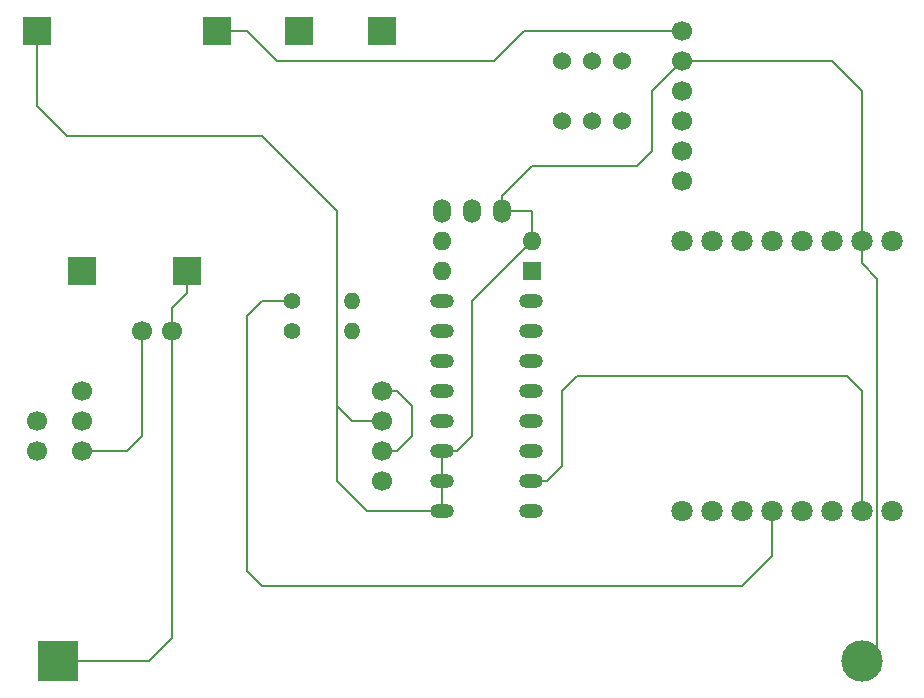
<source format=gtl>
G04 #@! TF.GenerationSoftware,KiCad,Pcbnew,(5.0.2)-1*
G04 #@! TF.CreationDate,2019-04-15T11:25:42+02:00*
G04 #@! TF.ProjectId,irrigation_5Vvalve_4N25_CD74HC4052E_PCB v5.2,69727269-6761-4746-996f-6e5f35567661,rev?*
G04 #@! TF.SameCoordinates,Original*
G04 #@! TF.FileFunction,Copper,L1,Top*
G04 #@! TF.FilePolarity,Positive*
%FSLAX46Y46*%
G04 Gerber Fmt 4.6, Leading zero omitted, Abs format (unit mm)*
G04 Created by KiCad (PCBNEW (5.0.2)-1) date 15-04-2019 11:25:42*
%MOMM*%
%LPD*%
G01*
G04 APERTURE LIST*
G04 #@! TA.AperFunction,ComponentPad*
%ADD10O,2.000000X1.200000*%
G04 #@! TD*
G04 #@! TA.AperFunction,ComponentPad*
%ADD11C,3.500000*%
G04 #@! TD*
G04 #@! TA.AperFunction,ComponentPad*
%ADD12R,3.500000X3.500000*%
G04 #@! TD*
G04 #@! TA.AperFunction,ComponentPad*
%ADD13C,1.524000*%
G04 #@! TD*
G04 #@! TA.AperFunction,ComponentPad*
%ADD14C,1.700000*%
G04 #@! TD*
G04 #@! TA.AperFunction,ComponentPad*
%ADD15C,1.800000*%
G04 #@! TD*
G04 #@! TA.AperFunction,ComponentPad*
%ADD16R,1.600000X1.600000*%
G04 #@! TD*
G04 #@! TA.AperFunction,ComponentPad*
%ADD17O,1.600000X1.600000*%
G04 #@! TD*
G04 #@! TA.AperFunction,ComponentPad*
%ADD18O,1.400000X1.400000*%
G04 #@! TD*
G04 #@! TA.AperFunction,ComponentPad*
%ADD19C,1.400000*%
G04 #@! TD*
G04 #@! TA.AperFunction,ComponentPad*
%ADD20R,2.460000X2.460000*%
G04 #@! TD*
G04 #@! TA.AperFunction,ComponentPad*
%ADD21O,1.500000X2.000000*%
G04 #@! TD*
G04 #@! TA.AperFunction,Conductor*
%ADD22C,0.200000*%
G04 #@! TD*
G04 APERTURE END LIST*
D10*
G04 #@! TO.P,U5,8*
G04 #@! TO.N,GND*
X61010000Y-63500000D03*
G04 #@! TO.P,U5,9*
G04 #@! TO.N,Net-(U2-Pad14)*
X68530000Y-63500000D03*
G04 #@! TO.P,U5,7*
G04 #@! TO.N,GND*
X61010000Y-60960000D03*
G04 #@! TO.P,U5,10*
G04 #@! TO.N,Net-(U2-Pad15)*
X68530000Y-60960000D03*
G04 #@! TO.P,U5,6*
G04 #@! TO.N,GND*
X61010000Y-58420000D03*
G04 #@! TO.P,U5,11*
G04 #@! TO.N,N/C*
X68530000Y-58420000D03*
G04 #@! TO.P,U5,5*
X61010000Y-55880000D03*
G04 #@! TO.P,U5,12*
G04 #@! TO.N,Net-(SS1-PadA0)*
X68530000Y-55880000D03*
G04 #@! TO.P,U5,4*
G04 #@! TO.N,N/C*
X61010000Y-53340000D03*
G04 #@! TO.P,U5,13*
G04 #@! TO.N,Net-(U2-Pad10)*
X68530000Y-53340000D03*
G04 #@! TO.P,U5,3*
G04 #@! TO.N,N/C*
X61010000Y-50800000D03*
G04 #@! TO.P,U5,14*
G04 #@! TO.N,Net-(R1-Pad2)*
X68530000Y-50800000D03*
G04 #@! TO.P,U5,2*
G04 #@! TO.N,N/C*
X61010000Y-48260000D03*
G04 #@! TO.P,U5,15*
G04 #@! TO.N,Net-(J5-Pad3)*
X68530000Y-48260000D03*
G04 #@! TO.P,U5,1*
G04 #@! TO.N,N/C*
X61010000Y-45720000D03*
G04 #@! TO.P,U5,16*
G04 #@! TO.N,Net-(J5-Pad2)*
X68530000Y-45720000D03*
G04 #@! TD*
D11*
G04 #@! TO.P,bat_18650,2*
G04 #@! TO.N,GND*
X96520000Y-76200000D03*
D12*
G04 #@! TO.P,bat_18650,1*
G04 #@! TO.N,Net-(J4-Pad2)*
X28500000Y-76200000D03*
G04 #@! TD*
D13*
G04 #@! TO.P,SW2,1*
G04 #@! TO.N,Net-(SW2-Pad1)*
X76200000Y-25400000D03*
G04 #@! TO.P,SW2,2*
G04 #@! TO.N,Net-(SW2-Pad2)*
X73660000Y-25400000D03*
G04 #@! TO.P,SW2,NA*
G04 #@! TO.N,N/C*
X73660000Y-30480000D03*
X76200000Y-30480000D03*
X71120000Y-30480000D03*
G04 #@! TO.P,SW2,3*
X71120000Y-25400000D03*
G04 #@! TD*
D14*
G04 #@! TO.P,J1,1*
G04 #@! TO.N,GND*
X81280000Y-25400000D03*
G04 #@! TO.P,J1,2*
G04 #@! TO.N,Net-(J1-Pad2)*
X81280000Y-22860000D03*
G04 #@! TD*
D15*
G04 #@! TO.P,U2,8*
G04 #@! TO.N,N/C*
X81280000Y-40640000D03*
G04 #@! TO.P,U2,7*
X83820000Y-40640000D03*
G04 #@! TO.P,U2,6*
G04 #@! TO.N,Net-(Opto1-Pad1)*
X86360000Y-40640000D03*
G04 #@! TO.P,U2,5*
G04 #@! TO.N,N/C*
X88900000Y-40640000D03*
G04 #@! TO.P,U2,4*
X91440000Y-40640000D03*
G04 #@! TO.P,U2,3*
X93980000Y-40640000D03*
G04 #@! TO.P,U2,2*
G04 #@! TO.N,GND*
X96520000Y-40640000D03*
G04 #@! TO.P,U2,1*
G04 #@! TO.N,Net-(J3-Pad2)*
X99060000Y-40640000D03*
G04 #@! TO.P,U2,16*
G04 #@! TO.N,N/C*
X99060000Y-63500000D03*
G04 #@! TO.P,U2,15*
G04 #@! TO.N,Net-(U2-Pad15)*
X96520000Y-63500000D03*
G04 #@! TO.P,U2,14*
G04 #@! TO.N,Net-(U2-Pad14)*
X93980000Y-63500000D03*
G04 #@! TO.P,U2,13*
G04 #@! TO.N,N/C*
X91440000Y-63500000D03*
G04 #@! TO.P,U2,12*
G04 #@! TO.N,Net-(R2-Pad1)*
X88900000Y-63500000D03*
G04 #@! TO.P,U2,11*
G04 #@! TO.N,Net-(SW2-Pad1)*
X86360000Y-63500000D03*
G04 #@! TO.P,U2,10*
G04 #@! TO.N,Net-(U2-Pad10)*
X83820000Y-63500000D03*
G04 #@! TO.P,U2,9*
G04 #@! TO.N,Net-(SW2-Pad2)*
X81280000Y-63500000D03*
G04 #@! TD*
D14*
G04 #@! TO.P,J3,2*
G04 #@! TO.N,Net-(J3-Pad2)*
X81280000Y-30480000D03*
G04 #@! TO.P,J3,1*
G04 #@! TO.N,Net-(J3-Pad1)*
X81280000Y-27940000D03*
G04 #@! TD*
D16*
G04 #@! TO.P,Opto1,1*
G04 #@! TO.N,Net-(Opto1-Pad1)*
X68580000Y-43180000D03*
D17*
G04 #@! TO.P,Opto1,3*
G04 #@! TO.N,Net-(J5-Pad2)*
X60960000Y-40640000D03*
G04 #@! TO.P,Opto1,2*
G04 #@! TO.N,GND*
X68580000Y-40640000D03*
G04 #@! TO.P,Opto1,4*
G04 #@! TO.N,Net-(J3-Pad2)*
X60960000Y-43180000D03*
G04 #@! TD*
D18*
G04 #@! TO.P,R1,2*
G04 #@! TO.N,Net-(R1-Pad2)*
X53340000Y-48260000D03*
D19*
G04 #@! TO.P,R1,1*
G04 #@! TO.N,Net-(J4-Pad2)*
X48260000Y-48260000D03*
G04 #@! TD*
G04 #@! TO.P,R2,1*
G04 #@! TO.N,Net-(R2-Pad1)*
X48260000Y-45720000D03*
D18*
G04 #@! TO.P,R2,2*
G04 #@! TO.N,Net-(Q1-Pad1)*
X53340000Y-45720000D03*
G04 #@! TD*
D14*
G04 #@! TO.P,SS1,A0*
G04 #@! TO.N,Net-(SS1-PadA0)*
X55880000Y-60960000D03*
G04 #@! TO.P,SS1,D0*
G04 #@! TO.N,Net-(J5-Pad2)*
X55880000Y-58420000D03*
G04 #@! TO.P,SS1,GND*
G04 #@! TO.N,GND*
X55880000Y-55880000D03*
G04 #@! TO.P,SS1,VCC*
G04 #@! TO.N,Net-(J5-Pad2)*
X55880000Y-53340000D03*
G04 #@! TO.P,SS1,-*
G04 #@! TO.N,N/C*
X26670000Y-58420000D03*
G04 #@! TO.P,SS1,+*
X26670000Y-55880000D03*
G04 #@! TD*
G04 #@! TO.P,SW1,1*
G04 #@! TO.N,Net-(SW1-Pad1)*
X81280000Y-35560000D03*
G04 #@! TO.P,SW1,2*
G04 #@! TO.N,Net-(J3-Pad2)*
X81280000Y-33020000D03*
G04 #@! TD*
G04 #@! TO.P,J4,1*
G04 #@! TO.N,GND*
X35560000Y-48260000D03*
G04 #@! TO.P,J4,2*
G04 #@! TO.N,Net-(J4-Pad2)*
X38100000Y-48260000D03*
G04 #@! TD*
G04 #@! TO.P,J5,1*
G04 #@! TO.N,GND*
X30480000Y-58420000D03*
G04 #@! TO.P,J5,2*
G04 #@! TO.N,Net-(J5-Pad2)*
X30480000Y-55880000D03*
G04 #@! TO.P,J5,3*
G04 #@! TO.N,Net-(J5-Pad3)*
X30480000Y-53380000D03*
G04 #@! TD*
D20*
G04 #@! TO.P,U4,6*
G04 #@! TO.N,GND*
X26670000Y-22860000D03*
G04 #@! TO.P,U4,5*
G04 #@! TO.N,Net-(J1-Pad2)*
X41910000Y-22860000D03*
G04 #@! TO.P,U4,4*
G04 #@! TO.N,Net-(SW1-Pad1)*
X55880000Y-22860000D03*
G04 #@! TO.P,U4,3*
G04 #@! TO.N,Net-(J4-Pad2)*
X39370000Y-43180000D03*
G04 #@! TO.P,U4,1*
G04 #@! TO.N,N/C*
X48895000Y-22860000D03*
G04 #@! TO.P,U4,2*
X30480000Y-43180000D03*
G04 #@! TD*
D21*
G04 #@! TO.P,Q1,1*
G04 #@! TO.N,Net-(Q1-Pad1)*
X60960000Y-38100000D03*
G04 #@! TO.P,Q1,2*
G04 #@! TO.N,Net-(J3-Pad1)*
X63500000Y-38100000D03*
G04 #@! TO.P,Q1,3*
G04 #@! TO.N,GND*
X66040000Y-38100000D03*
G04 #@! TD*
D22*
G04 #@! TO.N,GND*
X26670000Y-22860000D02*
X26670000Y-24290000D01*
X61010000Y-63500000D02*
X61010000Y-61010000D01*
X61010000Y-60960000D02*
X61010000Y-58420000D01*
X61010000Y-63500000D02*
X61410000Y-63500000D01*
X63500000Y-45720000D02*
X67310000Y-41910000D01*
X68580000Y-38100000D02*
X66040000Y-38100000D01*
X68580000Y-40640000D02*
X68580000Y-38100000D01*
X67310000Y-41910000D02*
X68580000Y-40640000D01*
X52070000Y-41910000D02*
X52070000Y-38100000D01*
X52070000Y-38100000D02*
X45720000Y-31750000D01*
X45720000Y-31750000D02*
X29210000Y-31750000D01*
X29210000Y-31750000D02*
X26670000Y-29210000D01*
X26670000Y-29210000D02*
X26670000Y-22860000D01*
X80010000Y-26670000D02*
X81280000Y-25400000D01*
X78740000Y-27940000D02*
X80010000Y-26670000D01*
X78740000Y-33020000D02*
X78740000Y-27940000D01*
X66040000Y-38100000D02*
X66040000Y-36830000D01*
X66040000Y-36830000D02*
X68580000Y-34290000D01*
X68580000Y-34290000D02*
X77470000Y-34290000D01*
X77470000Y-34290000D02*
X78740000Y-33020000D01*
X93980000Y-25400000D02*
X96520000Y-27940000D01*
X81280000Y-25400000D02*
X93980000Y-25400000D01*
X96520000Y-27940000D02*
X96520000Y-40640000D01*
X52070000Y-60960000D02*
X52070000Y-55880000D01*
X60960000Y-63500000D02*
X54610000Y-63500000D01*
X54610000Y-63500000D02*
X52070000Y-60960000D01*
X52070000Y-54610000D02*
X53340000Y-55880000D01*
X55880000Y-55880000D02*
X53340000Y-55880000D01*
X52070000Y-54610000D02*
X52070000Y-41910000D01*
X52070000Y-55880000D02*
X52070000Y-54610000D01*
X62230000Y-58420000D02*
X63500000Y-57150000D01*
X63500000Y-57150000D02*
X63500000Y-45720000D01*
X61410000Y-58420000D02*
X62230000Y-58420000D01*
X96520000Y-42545000D02*
X96520000Y-40640000D01*
X97859999Y-43884999D02*
X96520000Y-42545000D01*
X97790000Y-66040000D02*
X97859999Y-43884999D01*
X97790000Y-66040000D02*
X97790000Y-73660000D01*
X97790000Y-73660000D02*
X97790000Y-74930000D01*
X97790000Y-74930000D02*
X96520000Y-76200000D01*
X31750000Y-58420000D02*
X30480000Y-58420000D01*
X34290000Y-58420000D02*
X31750000Y-58420000D01*
X35560000Y-48260000D02*
X35560000Y-57150000D01*
X35560000Y-57150000D02*
X34290000Y-58420000D01*
G04 #@! TO.N,Net-(J1-Pad2)*
X81280000Y-22860000D02*
X67945000Y-22860000D01*
X67945000Y-22860000D02*
X65405000Y-25400000D01*
X65405000Y-25400000D02*
X46990000Y-25400000D01*
X46990000Y-25400000D02*
X44450000Y-22860000D01*
X44450000Y-22860000D02*
X41910000Y-22860000D01*
G04 #@! TO.N,Net-(R2-Pad1)*
X88900000Y-67310000D02*
X88900000Y-63500000D01*
X86360000Y-69850000D02*
X88900000Y-67310000D01*
X44450000Y-46990000D02*
X45720000Y-45720000D01*
X45720000Y-45720000D02*
X48260000Y-45720000D01*
X44450000Y-68580000D02*
X45720000Y-69850000D01*
X45720000Y-69850000D02*
X86360000Y-69850000D01*
X44450000Y-46990000D02*
X44450000Y-68580000D01*
G04 #@! TO.N,Net-(U2-Pad15)*
X96520000Y-60960000D02*
X96520000Y-63500000D01*
X71120000Y-59690000D02*
X71120000Y-53340000D01*
X71120000Y-53340000D02*
X72390000Y-52070000D01*
X71120000Y-59690000D02*
X69850000Y-60960000D01*
X69850000Y-60960000D02*
X68580000Y-60960000D01*
X96520000Y-53340000D02*
X96520000Y-63500000D01*
X72390000Y-52070000D02*
X95250000Y-52070000D01*
X95250000Y-52070000D02*
X96520000Y-53340000D01*
G04 #@! TO.N,Net-(J4-Pad2)*
X38100000Y-48260000D02*
X38100000Y-74295000D01*
X38100000Y-74295000D02*
X36195000Y-76200000D01*
X36195000Y-76200000D02*
X28575000Y-76200000D01*
X38100000Y-48260000D02*
X38100000Y-46355000D01*
X38100000Y-46355000D02*
X39370000Y-45085000D01*
X39370000Y-45085000D02*
X39370000Y-43180000D01*
G04 #@! TO.N,Net-(J5-Pad2)*
X55880000Y-53340000D02*
X57150000Y-53340000D01*
X57150000Y-53340000D02*
X58420000Y-54610000D01*
X58420000Y-54610000D02*
X58420000Y-57150000D01*
X58420000Y-57150000D02*
X57150000Y-58420000D01*
X57150000Y-58420000D02*
X57030001Y-58420000D01*
X55880000Y-58420000D02*
X57150000Y-58420000D01*
G04 #@! TD*
M02*

</source>
